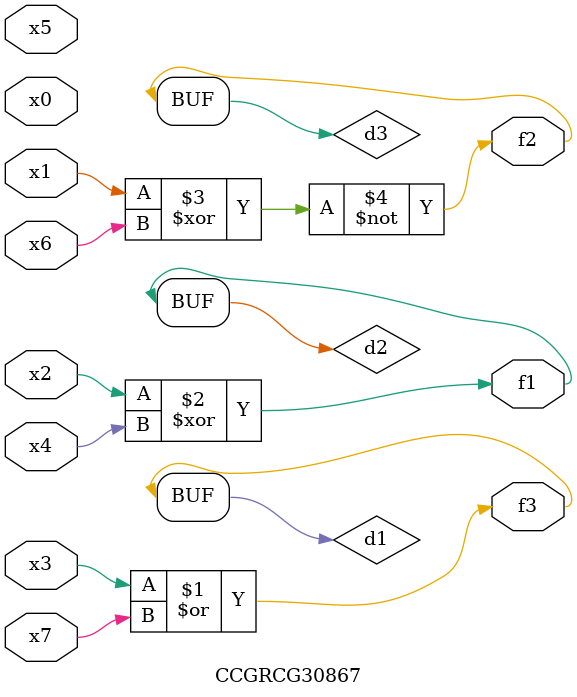
<source format=v>
module CCGRCG30867(
	input x0, x1, x2, x3, x4, x5, x6, x7,
	output f1, f2, f3
);

	wire d1, d2, d3;

	or (d1, x3, x7);
	xor (d2, x2, x4);
	xnor (d3, x1, x6);
	assign f1 = d2;
	assign f2 = d3;
	assign f3 = d1;
endmodule

</source>
